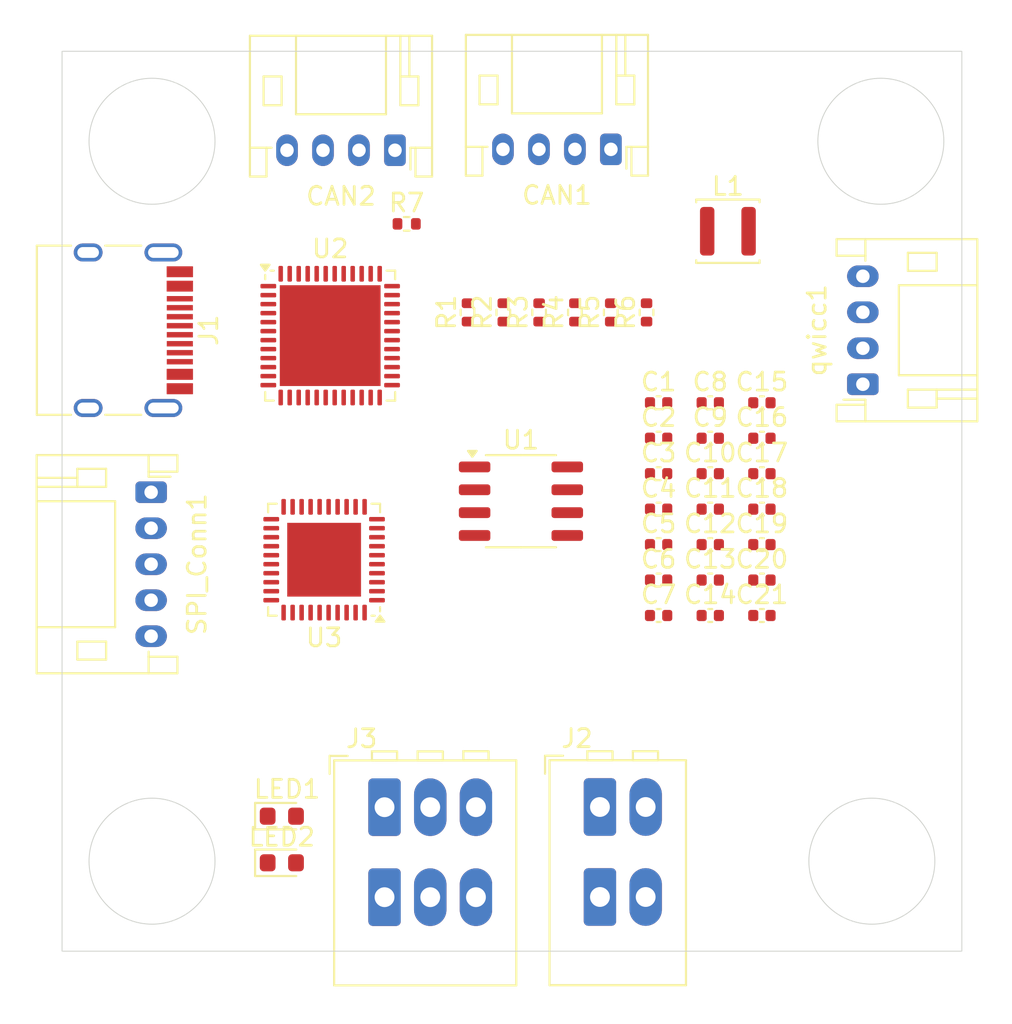
<source format=kicad_pcb>
(kicad_pcb (version 20241229) (generator "pcbnew") (generator_version "9.0")
  (layers (0 "F.Cu" signal) (2 "B.Cu" signal) (13 "F.Paste" user) (15 "B.Paste" user) (5 "F.SilkS" user "F.Silkscreen") (7 "B.SilkS" user "B.Silkscreen") (1 "F.Mask" user) (3 "B.Mask" user) (25 "Edge.Cuts" user))
  (net 0 "")
  (net 1 "GND")
  (net 2 "3V3")
  (net 3 "VIN")
  (net 4 "CUR_A")
  (net 5 "CUR_B")
  (net 6 "CUR_C")
  (net 7 "BUCK")
  (net 8 "Net-(U3-CPH)")
  (net 9 "Net-(U3-CPL)")
  (net 10 "Net-(U3-CP)")
  (net 11 "Net-(U3-AVDD)")
  (net 12 "D+")
  (net 14 "D-")
  (net 16 "CC1")
  (net 17 "VBUS")
  (net 22 "CC2")
  (net 23 "PH_B")
  (net 24 "PH_A")
  (net 25 "Net-(U3-SW_BK)")
  (net 26 "Net-(LED1-A)")
  (net 27 "Net-(LED2-A)")
  (net 28 "LED_PC6")
  (net 29 "Net-(U3-SOA)")
  (net 30 "Net-(U3-SOB)")
  (net 31 "Net-(U3-SOC)")
  (net 32 "ENC_SCK")
  (net 33 "ENC_MISO")
  (net 34 "ENC_NSS")
  (net 40 "I2C_SCL")
  (net 42 "DRV_SCK")
  (net 43 "SPI2_MISO")
  (net 47 "DRV_SLEEP")
  (net 48 "DRV_OFF")
  (net 49 "I2C_SDA")
  (net 51 "SPI2_MOSI")
  (net 54 "SPI2_NSS")
  (net 57 "DRV_FAULT")
  (net 58 "DRV_MISO")
  (net 59 "ENC_MOSI")
  (net 60 "CAN_RX")
  (net 61 "DRV_MOSI")
  (net 63 "SPI2_SCK")
  (net 66 "DRV_NSS")
  (net 70 "CAN_TX")
  (net 71 "PH_C")
  (footprint "Capacitor_SMD:C_0402_1005Metric" (layer "F.Cu") (at 141.02 149.38)
    (property "Reference" "C13" (at 0 -1.16 0) (layer "F.SilkS"))
    (property "Value" "10uF")
    (pad "1" smd roundrect (at -0.48 0) (size 0.56 0.62) (layers "F.Cu" "F.Mask" "F.Paste") (net 3 "VIN"))
    (pad "2" smd roundrect (at 0.48 0) (size 0.56 0.62) (layers "F.Cu" "F.Mask" "F.Paste") (net 1 "GND"))
  )
  (footprint "Capacitor_SMD:C_0402_1005Metric" (layer "F.Cu") (at 141.02 147.41)
    (property "Reference" "C12" (at 0 -1.16 0) (layer "F.SilkS"))
    (property "Value" "10uF")
    (pad "1" smd roundrect (at -0.48 0) (size 0.56 0.62) (layers "F.Cu" "F.Mask" "F.Paste") (net 3 "VIN"))
    (pad "2" smd roundrect (at 0.48 0) (size 0.56 0.62) (layers "F.Cu" "F.Mask" "F.Paste") (net 1 "GND"))
  )
  (footprint "Connector_JST:JST_PH_S5B-PH-K_1x05_P2.00mm_Horizontal" (layer "F.Cu") (at 109.95 144.5 -90)
    (property "Reference" "SPI_Conn1" (at 4 -2.55 90) (layer "F.SilkS"))
    (property "Value" "Conn_01x05_Pin")
    (pad "1" thru_hole roundrect (at 0 0 270) (size 1.2 1.75) (drill 0.75) (layers "*.Cu" "*.Mask") (roundrect_rratio 0.208333))
    (pad "2" thru_hole oval (at 2 0 270) (size 1.2 1.75) (drill 0.75) (layers "*.Cu" "*.Mask"))
    (pad "3" thru_hole oval (at 4 0 270) (size 1.2 1.75) (drill 0.75) (layers "*.Cu" "*.Mask"))
    (pad "4" thru_hole oval (at 6 0 270) (size 1.2 1.75) (drill 0.75) (layers "*.Cu" "*.Mask"))
    (pad "5" thru_hole oval (at 8 0 270) (size 1.2 1.75) (drill 0.75) (layers "*.Cu" "*.Mask"))
  )
  (footprint "LED_SMD:LED_0603_1608Metric" (layer "F.Cu") (at 117.2125 165.09)
    (property "Reference" "LED2" (at 0 -1.43 0) (layer "F.SilkS"))
    (property "Value" "blue")
    (pad "1" smd roundrect (at -0.7875 0) (size 0.875 0.95) (layers "F.Cu" "F.Mask" "F.Paste") (net 1 "GND"))
    (pad "2" smd roundrect (at 0.7875 0) (size 0.875 0.95) (layers "F.Cu" "F.Mask" "F.Paste") (net 27 "Net-(LED2-A)"))
  )
  (footprint "Package_DFN_QFN:HVQFN-40-1EP_6x6mm_P0.5mm_EP4.1x4.1mm" (layer "F.Cu") (at 119.5625 148.25 180)
    (property "Reference" "U3" (at 0 -4.33 0) (layer "F.SilkS"))
    (property "Value" "DRV8316CRRGFR")
    (pad "1" smd roundrect (at -2.9375 -2.25 180) (size 0.875 0.25) (layers "F.Cu" "F.Mask" "F.Paste"))
    (pad "2" smd roundrect (at -2.9375 -1.75 180) (size 0.875 0.25) (layers "F.Cu" "F.Mask" "F.Paste") (net 1 "GND"))
    (pad "3" smd roundrect (at -2.9375 -1.25 180) (size 0.875 0.25) (layers "F.Cu" "F.Mask" "F.Paste") (net 7 "BUCK"))
    (pad "4" smd roundrect (at -2.9375 -0.75 180) (size 0.875 0.25) (layers "F.Cu" "F.Mask" "F.Paste") (net 1 "GND"))
    (pad "5" smd roundrect (at -2.9375 -0.25 180) (size 0.875 0.25) (layers "F.Cu" "F.Mask" "F.Paste") (net 25 "Net-(U3-SW_BK)"))
    (pad "6" smd roundrect (at -2.9375 0.25 180) (size 0.875 0.25) (layers "F.Cu" "F.Mask" "F.Paste") (net 9 "Net-(U3-CPL)"))
    (pad "7" smd roundrect (at -2.9375 0.75 180) (size 0.875 0.25) (layers "F.Cu" "F.Mask" "F.Paste") (net 8 "Net-(U3-CPH)"))
    (pad "8" smd roundrect (at -2.9375 1.25 180) (size 0.875 0.25) (layers "F.Cu" "F.Mask" "F.Paste") (net 10 "Net-(U3-CP)"))
    (pad "9" smd roundrect (at -2.9375 1.75 180) (size 0.875 0.25) (layers "F.Cu" "F.Mask" "F.Paste") (net 3 "VIN"))
    (pad "10" smd roundrect (at -2.9375 2.25 180) (size 0.875 0.25) (layers "F.Cu" "F.Mask" "F.Paste") (net 3 "VIN"))
    (pad "11" smd roundrect (at -2.25 2.9375 180) (size 0.25 0.875) (layers "F.Cu" "F.Mask" "F.Paste") (net 3 "VIN"))
    (pad "12" smd roundrect (at -1.75 2.9375 180) (size 0.25 0.875) (layers "F.Cu" "F.Mask" "F.Paste") (net 1 "GND"))
    (pad "13" smd roundrect (at -1.25 2.9375 180) (size 0.25 0.875) (layers "F.Cu" "F.Mask" "F.Paste") (net 24 "PH_A"))
    (pad "14" smd roundrect (at -0.75 2.9375 180) (size 0.25 0.875) (layers "F.Cu" "F.Mask" "F.Paste") (net 24 "PH_A"))
    (pad "15" smd roundrect (at -0.25 2.9375 180) (size 0.25 0.875) (layers "F.Cu" "F.Mask" "F.Paste") (net 1 "GND"))
    (pad "16" smd roundrect (at 0.25 2.9375 180) (size 0.25 0.875) (layers "F.Cu" "F.Mask" "F.Paste") (net 23 "PH_B"))
    (pad "17" smd roundrect (at 0.75 2.9375 180) (size 0.25 0.875) (layers "F.Cu" "F.Mask" "F.Paste") (net 23 "PH_B"))
    (pad "18" smd roundrect (at 1.25 2.9375 180) (size 0.25 0.875) (layers "F.Cu" "F.Mask" "F.Paste") (net 1 "GND"))
    (pad "19" smd roundrect (at 1.75 2.9375 180) (size 0.25 0.875) (layers "F.Cu" "F.Mask" "F.Paste") (net 71 "PH_C"))
    (pad "20" smd roundrect (at 2.25 2.9375 180) (size 0.25 0.875) (layers "F.Cu" "F.Mask" "F.Paste") (net 71 "PH_C"))
    (pad "21" smd roundrect (at 2.9375 2.25 180) (size 0.875 0.25) (layers "F.Cu" "F.Mask" "F.Paste") (net 48 "DRV_OFF"))
    (pad "22" smd roundrect (at 2.9375 1.75 180) (size 0.875 0.25) (layers "F.Cu" "F.Mask" "F.Paste") (net 57 "DRV_FAULT"))
    (pad "23" smd roundrect (at 2.9375 1.25 180) (size 0.875 0.25) (layers "F.Cu" "F.Mask" "F.Paste") (net 47 "DRV_SLEEP"))
    (pad "24" smd roundrect (at 2.9375 0.75 180) (size 0.875 0.25) (layers "F.Cu" "F.Mask" "F.Paste"))
    (pad "25" smd roundrect (at 2.9375 0.25 180) (size 0.875 0.25) (layers "F.Cu" "F.Mask" "F.Paste") (net 11 "Net-(U3-AVDD)"))
    (pad "26" smd roundrect (at 2.9375 -0.25 180) (size 0.875 0.25) (layers "F.Cu" "F.Mask" "F.Paste") (net 1 "GND"))
    (pad "27" smd roundrect (at 2.9375 -0.75 180) (size 0.875 0.25) (layers "F.Cu" "F.Mask" "F.Paste"))
    (pad "28" smd roundrect (at 2.9375 -1.25 180) (size 0.875 0.25) (layers "F.Cu" "F.Mask" "F.Paste"))
    (pad "29" smd roundrect (at 2.9375 -1.75 180) (size 0.875 0.25) (layers "F.Cu" "F.Mask" "F.Paste"))
    (pad "30" smd roundrect (at 2.9375 -2.25 180) (size 0.875 0.25) (layers "F.Cu" "F.Mask" "F.Paste"))
    (pad "31" smd roundrect (at 2.25 -2.9375 180) (size 0.25 0.875) (layers "F.Cu" "F.Mask" "F.Paste"))
    (pad "32" smd roundrect (at 1.75 -2.9375 180) (size 0.25 0.875) (layers "F.Cu" "F.Mask" "F.Paste"))
    (pad "33" smd roundrect (at 1.25 -2.9375 180) (size 0.25 0.875) (layers "F.Cu" "F.Mask" "F.Paste") (net 58 "DRV_MISO"))
    (pad "34" smd roundrect (at 0.75 -2.9375 180) (size 0.25 0.875) (layers "F.Cu" "F.Mask" "F.Paste") (net 61 "DRV_MOSI"))
    (pad "35" smd roundrect (at 0.25 -2.9375 180) (size 0.25 0.875) (layers "F.Cu" "F.Mask" "F.Paste") (net 42 "DRV_SCK"))
    (pad "36" smd roundrect (at -0.25 -2.9375 180) (size 0.25 0.875) (layers "F.Cu" "F.Mask" "F.Paste") (net 66 "DRV_NSS"))
    (pad "37" smd roundrect (at -0.75 -2.9375 180) (size 0.25 0.875) (layers "F.Cu" "F.Mask" "F.Paste") (net 2 "3V3"))
    (pad "38" smd roundrect (at -1.25 -2.9375 180) (size 0.25 0.875) (layers "F.Cu" "F.Mask" "F.Paste") (net 31 "Net-(U3-SOC)"))
    (pad "39" smd roundrect (at -1.75 -2.9375 180) (size 0.25 0.875) (layers "F.Cu" "F.Mask" "F.Paste") (net 30 "Net-(U3-SOB)"))
    (pad "40" smd roundrect (at -2.25 -2.9375 180) (size 0.25 0.875) (layers "F.Cu" "F.Mask" "F.Paste") (net 29 "Net-(U3-SOA)"))
    (pad "41" smd rect (at 0 0 180) (size 4.1 4.1) (property pad_prop_heatsink) (layers "F.Cu" "F.Mask") (net 1 "GND"))
  )
  (footprint "Resistor_SMD:R_0402_1005Metric" (layer "F.Cu") (at 131.51 134.51 90)
    (property "Reference" "R3" (at 0 -1.17 90) (layer "F.SilkS"))
    (property "Value" "5.1k")
    (pad "1" smd roundrect (at -0.51 0 90) (size 0.54 0.64) (layers "F.Cu" "F.Mask" "F.Paste") (net 2 "3V3"))
    (pad "2" smd roundrect (at 0.51 0 90) (size 0.54 0.64) (layers "F.Cu" "F.Mask" "F.Paste") (net 26 "Net-(LED1-A)"))
  )
  (footprint "Capacitor_SMD:C_0402_1005Metric" (layer "F.Cu") (at 141.02 139.53)
    (property "Reference" "C8" (at 0 -1.16 0) (layer "F.SilkS"))
    (property "Value" "10uF")
    (pad "1" smd roundrect (at -0.48 0) (size 0.56 0.62) (layers "F.Cu" "F.Mask" "F.Paste") (net 3 "VIN"))
    (pad "2" smd roundrect (at 0.48 0) (size 0.56 0.62) (layers "F.Cu" "F.Mask" "F.Paste") (net 1 "GND"))
  )
  (footprint "Resistor_SMD:R_0402_1005Metric" (layer "F.Cu") (at 127.53 134.51 90)
    (property "Reference" "R1" (at 0 -1.17 90) (layer "F.SilkS"))
    (property "Value" "5.1k")
    (pad "1" smd roundrect (at -0.51 0 90) (size 0.54 0.64) (layers "F.Cu" "F.Mask" "F.Paste") (net 16 "CC1"))
    (pad "2" smd roundrect (at 0.51 0 90) (size 0.54 0.64) (layers "F.Cu" "F.Mask" "F.Paste") (net 1 "GND"))
  )
  (footprint "Resistor_SMD:R_0402_1005Metric" (layer "F.Cu") (at 137.48 134.51 90)
    (property "Reference" "R6" (at 0 -1.17 90) (layer "F.SilkS"))
    (property "Value" "1000")
    (pad "1" smd roundrect (at -0.51 0 90) (size 0.54 0.64) (layers "F.Cu" "F.Mask" "F.Paste") (net 30 "Net-(U3-SOB)"))
    (pad "2" smd roundrect (at 0.51 0 90) (size 0.54 0.64) (layers "F.Cu" "F.Mask" "F.Paste") (net 5 "CUR_B"))
  )
  (footprint "Connector_JST:JST_PH_S4B-PH-K_1x04_P2.00mm_Horizontal" (layer "F.Cu") (at 149.5 138.5 90)
    (property "Reference" "qwicc1" (at 3 -2.55 90) (layer "F.SilkS"))
    (property "Value" "Conn_01x04_Pin")
    (pad "1" thru_hole roundrect (at 0 0 90) (size 1.2 1.75) (drill 0.75) (layers "*.Cu" "*.Mask") (roundrect_rratio 0.208333))
    (pad "2" thru_hole oval (at 2 0 90) (size 1.2 1.75) (drill 0.75) (layers "*.Cu" "*.Mask"))
    (pad "3" thru_hole oval (at 4 0 90) (size 1.2 1.75) (drill 0.75) (layers "*.Cu" "*.Mask"))
    (pad "4" thru_hole oval (at 6 0 90) (size 1.2 1.75) (drill 0.75) (layers "*.Cu" "*.Mask"))
  )
  (footprint "TerminalBlock_WAGO:TerminalBlock_WAGO_233-503_2x03_P2.54mm" (layer "F.Cu") (at 122.92 162)
    (property "Reference" "J3" (at -1.27 -3.81 0) (layer "F.SilkS"))
    (property "Value" "PWR Terminal")
    (pad "1" thru_hole roundrect (at 0 0) (size 1.8 3.2) (drill 1.1) (layers "*.Cu" "*.Mask") (roundrect_rratio 0.1388888889) (net 3 "VIN"))
    (pad "1" thru_hole roundrect (at 0 5) (size 1.8 3.2) (drill 1.1) (layers "*.Cu" "*.Mask") (roundrect_rratio 0.1388888889) (net 3 "VIN"))
    (pad "2" thru_hole oval (at 2.54 0) (size 1.8 3.2) (drill 1.1) (layers "*.Cu" "*.Mask") (net 1 "GND"))
    (pad "2" thru_hole oval (at 2.54 5) (size 1.8 3.2) (drill 1.1) (layers "*.Cu" "*.Mask") (net 1 "GND"))
    (pad "3" thru_hole oval (at 5.08 0) (size 1.8 3.2) (drill 1.1) (layers "*.Cu" "*.Mask"))
    (pad "3" thru_hole oval (at 5.08 5) (size 1.8 3.2) (drill 1.1) (layers "*.Cu" "*.Mask"))
  )
  (footprint "Capacitor_SMD:C_0402_1005Metric" (layer "F.Cu") (at 138.15 145.44)
    (property "Reference" "C4" (at 0 -1.16 0) (layer "F.SilkS"))
    (property "Value" "100nF")
    (pad "1" smd roundrect (at -0.48 0) (size 0.56 0.62) (layers "F.Cu" "F.Mask" "F.Paste") (net 2 "3V3"))
    (pad "2" smd roundrect (at 0.48 0) (size 0.56 0.62) (layers "F.Cu" "F.Mask" "F.Paste") (net 1 "GND"))
  )
  (footprint "TerminalBlock_WAGO:TerminalBlock_WAGO_233-502_2x02_P2.54mm" (layer "F.Cu") (at 134.89 161.99)
    (property "Reference" "J2" (at -1.27 -3.81 0) (layer "F.SilkS"))
    (property "Value" "Motor Terminal")
    (pad "1" thru_hole roundrect (at 0 0) (size 1.8 3.2) (drill 1.1) (layers "*.Cu" "*.Mask") (roundrect_rratio 0.1388888889) (net 24 "PH_A"))
    (pad "1" thru_hole roundrect (at 0 5) (size 1.8 3.2) (drill 1.1) (layers "*.Cu" "*.Mask") (roundrect_rratio 0.1388888889) (net 24 "PH_A"))
    (pad "2" thru_hole oval (at 2.54 0) (size 1.8 3.2) (drill 1.1) (layers "*.Cu" "*.Mask") (net 23 "PH_B"))
    (pad "2" thru_hole oval (at 2.54 5) (size 1.8 3.2) (drill 1.1) (layers "*.Cu" "*.Mask") (net 23 "PH_B"))
  )
  (footprint "Connector_JST:JST_PH_S4B-PH-K_1x04_P2.00mm_Horizontal" (layer "F.Cu") (at 135.5 125.45 180)
    (property "Reference" "CAN1" (at 3 -2.55 0) (layer "F.SilkS"))
    (property "Value" "Conn_01x04_Pin")
    (pad "1" thru_hole roundrect (at 0 0 180) (size 1.2 1.75) (drill 0.75) (layers "*.Cu" "*.Mask") (roundrect_rratio 0.208333))
    (pad "2" thru_hole oval (at 2 0 180) (size 1.2 1.75) (drill 0.75) (layers "*.Cu" "*.Mask"))
    (pad "3" thru_hole oval (at 4 0 180) (size 1.2 1.75) (drill 0.75) (layers "*.Cu" "*.Mask"))
    (pad "4" thru_hole oval (at 6 0 180) (size 1.2 1.75) (drill 0.75) (layers "*.Cu" "*.Mask"))
  )
  (footprint "Capacitor_SMD:C_0402_1005Metric" (layer "F.Cu") (at 143.89 141.5)
    (property "Reference" "C16" (at 0 -1.16 0) (layer "F.SilkS"))
    (property "Value" "30pF")
    (pad "1" smd roundrect (at -0.48 0) (size 0.56 0.62) (layers "F.Cu" "F.Mask" "F.Paste") (net 1 "GND"))
    (pad "2" smd roundrect (at 0.48 0) (size 0.56 0.62) (layers "F.Cu" "F.Mask" "F.Paste") (net 6 "CUR_C"))
  )
  (footprint "Capacitor_SMD:C_0402_1005Metric" (layer "F.Cu") (at 143.89 149.38)
    (property "Reference" "C20" (at 0 -1.16 0) (layer "F.SilkS"))
    (property "Value" "1uF")
    (pad "1" smd roundrect (at -0.48 0) (size 0.56 0.62) (layers "F.Cu" "F.Mask" "F.Paste") (net 11 "Net-(U3-AVDD)"))
    (pad "2" smd roundrect (at 0.48 0) (size 0.56 0.62) (layers "F.Cu" "F.Mask" "F.Paste") (net 1 "GND"))
  )
  (footprint "Connector_JST:JST_PH_S4B-PH-K_1x04_P2.00mm_Horizontal" (layer "F.Cu") (at 123.5 125.5 180)
    (property "Reference" "CAN2" (at 3 -2.55 0) (layer "F.SilkS"))
    (property "Value" "Conn_01x04_Pin")
    (pad "1" thru_hole roundrect (at 0 0 180) (size 1.2 1.75) (drill 0.75) (layers "*.Cu" "*.Mask") (roundrect_rratio 0.208333))
    (pad "2" thru_hole oval (at 2 0 180) (size 1.2 1.75) (drill 0.75) (layers "*.Cu" "*.Mask"))
    (pad "3" thru_hole oval (at 4 0 180) (size 1.2 1.75) (drill 0.75) (layers "*.Cu" "*.Mask"))
    (pad "4" thru_hole oval (at 6 0 180) (size 1.2 1.75) (drill 0.75) (layers "*.Cu" "*.Mask"))
  )
  (footprint "LED_SMD:LED_0603_1608Metric" (layer "F.Cu") (at 117.2125 162.5)
    (property "Reference" "LED1" (at 0.2875 -1.5 180) (layer "F.SilkS"))
    (property "Value" "red")
    (pad "1" smd roundrect (at -0.7875 0) (size 0.875 0.95) (layers "F.Cu" "F.Mask" "F.Paste") (net 1 "GND"))
    (pad "2" smd roundrect (at 0.7875 0) (size 0.875 0.95) (layers "F.Cu" "F.Mask" "F.Paste") (net 26 "Net-(LED1-A)"))
  )
  (footprint "Resistor_SMD:R_0402_1005Metric" (layer "F.Cu") (at 124.15 129.59)
    (property "Reference" "R7" (at 0 -1.17 0) (layer "F.SilkS"))
    (property "Value" "1000")
    (pad "1" smd roundrect (at -0.51 0) (size 0.54 0.64) (layers "F.Cu" "F.Mask" "F.Paste") (net 31 "Net-(U3-SOC)"))
    (pad "2" smd roundrect (at 0.51 0) (size 0.54 0.64) (layers "F.Cu" "F.Mask" "F.Paste") (net 6 "CUR_C"))
  )
  (footprint "Capacitor_SMD:C_0402_1005Metric" (layer "F.Cu") (at 141.02 145.44)
    (property "Reference" "C11" (at 0 -1.16 0) (layer "F.SilkS"))
    (property "Value" "10uF")
    (pad "1" smd roundrect (at -0.48 0) (size 0.56 0.62) (layers "F.Cu" "F.Mask" "F.Paste") (net 3 "VIN"))
    (pad "2" smd roundrect (at 0.48 0) (size 0.56 0.62) (layers "F.Cu" "F.Mask" "F.Paste") (net 1 "GND"))
  )
  (footprint "Resistor_SMD:R_0402_1005Metric" (layer "F.Cu") (at 135.49 134.51 90)
    (property "Reference" "R5" (at 0 -1.17 90) (layer "F.SilkS"))
    (property "Value" "1000")
    (pad "1" smd roundrect (at -0.51 0 90) (size 0.54 0.64) (layers "F.Cu" "F.Mask" "F.Paste") (net 29 "Net-(U3-SOA)"))
    (pad "2" smd roundrect (at 0.51 0 90) (size 0.54 0.64) (layers "F.Cu" "F.Mask" "F.Paste") (net 4 "CUR_A"))
  )
  (footprint "Capacitor_SMD:C_0402_1005Metric" (layer "F.Cu") (at 141.02 151.35)
    (property "Reference" "C14" (at 0 -1.16 0) (layer "F.SilkS"))
    (property "Value" "30pF")
    (pad "1" smd roundrect (at -0.48 0) (size 0.56 0.62) (layers "F.Cu" "F.Mask" "F.Paste") (net 1 "GND"))
    (pad "2" smd roundrect (at 0.48 0) (size 0.56 0.62) (layers "F.Cu" "F.Mask" "F.Paste") (net 4 "CUR_A"))
  )
  (footprint "Capacitor_SMD:C_0402_1005Metric" (layer "F.Cu") (at 138.15 143.47)
    (property "Reference" "C3" (at 0 -1.16 0) (layer "F.SilkS"))
    (property "Value" "1uF")
    (pad "1" smd roundrect (at -0.48 0) (size 0.56 0.62) (layers "F.Cu" "F.Mask" "F.Paste") (net 2 "3V3"))
    (pad "2" smd roundrect (at 0.48 0) (size 0.56 0.62) (layers "F.Cu" "F.Mask" "F.Paste") (net 1 "GND"))
  )
  (footprint "Capacitor_SMD:C_0402_1005Metric" (layer "F.Cu") (at 138.15 141.5)
    (property "Reference" "C2" (at 0 -1.16 0) (layer "F.SilkS"))
    (property "Value" "100nF")
    (pad "1" smd roundrect (at -0.48 0) (size 0.56 0.62) (layers "F.Cu" "F.Mask" "F.Paste") (net 2 "3V3"))
    (pad "2" smd roundrect (at 0.48 0) (size 0.56 0.62) (layers "F.Cu" "F.Mask" "F.Paste") (net 1 "GND"))
  )
  (footprint "Capacitor_SMD:C_0402_1005Metric" (layer "F.Cu") (at 138.15 149.38)
    (property "Reference" "C6" (at 0 -1.16 0) (layer "F.SilkS"))
    (property "Value" "100nF")
    (pad "1" smd roundrect (at -0.48 0) (size 0.56 0.62) (layers "F.Cu" "F.Mask" "F.Paste") (net 2 "3V3"))
    (pad "2" smd roundrect (at 0.48 0) (size 0.56 0.62) (layers "F.Cu" "F.Mask" "F.Paste") (net 1 "GND"))
  )
  (footprint "Connector_USB:USB_C_Receptacle_HRO_TYPE-C-31-M-12" (layer "F.Cu") (at 107.5 135.5 -90)
    (property "Reference" "J1" (at 0 -5.645 90) (layer "F.SilkS"))
    (property "Value" "USB_C_Receptacle_USB2.0_16P")
    (pad "" np_thru_hole circle (at -2.89 -2.6 270) (size 0.65 0.65) (drill 0.65) (layers "*.Cu" "*.Mask"))
    (pad "" np_thru_hole circle (at 2.89 -2.6 270) (size 0.65 0.65) (drill 0.65) (layers "*.Cu" "*.Mask"))
    (pad "A1" smd rect (at -3.25 -4.045 270) (size 0.6 1.45) (layers "F.Cu" "F.Mask" "F.Paste") (net 1 "GND"))
    (pad "A4" smd rect (at -2.45 -4.045 270) (size 0.6 1.45) (layers "F.Cu" "F.Mask" "F.Paste") (net 17 "VBUS"))
    (pad "A5" smd rect (at -1.25 -4.045 270) (size 0.3 1.45) (layers "F.Cu" "F.Mask" "F.Paste") (net 16 "CC1"))
    (pad "A6" smd rect (at -0.25 -4.045 270) (size 0.3 1.45) (layers "F.Cu" "F.Mask" "F.Paste") (net 12 "D+"))
    (pad "A7" smd rect (at 0.25 -4.045 270) (size 0.3 1.45) (layers "F.Cu" "F.Mask" "F.Paste") (net 14 "D-"))
    (pad "A8" smd rect (at 1.25 -4.045 270) (size 0.3 1.45) (layers "F.Cu" "F.Mask" "F.Paste"))
    (pad "A9" smd rect (at 2.45 -4.045 270) (size 0.6 1.45) (layers "F.Cu" "F.Mask" "F.Paste") (net 17 "VBUS"))
    (pad "A12" smd rect (at 3.25 -4.045 270) (size 0.6 1.45) (layers "F.Cu" "F.Mask" "F.Paste") (net 1 "GND"))
    (pad "B1" smd rect (at 3.25 -4.045 270) (size 0.6 1.45) (layers "F.Cu" "F.Mask" "F.Paste") (net 1 "GND"))
    (pad "B4" smd rect (at 2.45 -4.045 270) (size 0.6 1.45) (layers "F.Cu" "F.Mask" "F.Paste") (net 17 "VBUS"))
    (pad "B5" smd rect (at 1.75 -4.045 270) (size 0.3 1.45) (layers "F.Cu" "F.Mask" "F.Paste") (net 22 "CC2"))
    (pad "B6" smd rect (at 0.75 -4.045 270) (size 0.3 1.45) (layers "F.Cu" "F.Mask" "F.Paste") (net 12 "D+"))
    (pad "B7" smd rect (at -0.75 -4.045 270) (size 0.3 1.45) (layers "F.Cu" "F.Mask" "F.Paste") (net 14 "D-"))
    (pad "B8" smd rect (at -1.75 -4.045 270) (size 0.3 1.45) (layers "F.Cu" "F.Mask" "F.Paste"))
    (pad "B9" smd rect (at -2.45 -4.045 270) (size 0.6 1.45) (layers "F.Cu" "F.Mask" "F.Paste") (net 17 "VBUS"))
    (pad "B12" smd rect (at -3.25 -4.045 270) (size 0.6 1.45) (layers "F.Cu" "F.Mask" "F.Paste") (net 1 "GND"))
    (pad "S1" thru_hole oval (at -4.32 -3.13 270) (size 1 2.1) (drill oval 0.6 1.7) (property pad_prop_heatsink) (layers "*.Cu" "*.Mask"))
    (pad "S1" thru_hole oval (at -4.32 1.05 270) (size 1 1.6) (drill oval 0.6 1.2) (property pad_prop_heatsink) (layers "*.Cu" "*.Mask"))
    (pad "S1" thru_hole oval (at 4.32 -3.13 270) (size 1 2.1) (drill oval 0.6 1.7) (property pad_prop_heatsink) (layers "*.Cu" "*.Mask"))
    (pad "S1" thru_hole oval (at 4.32 1.05 270) (size 1 1.6) (drill oval 0.6 1.2) (property pad_prop_heatsink) (layers "*.Cu" "*.Mask"))
  )
  (footprint "Capacitor_SMD:C_0402_1005Metric" (layer "F.Cu") (at 143.89 143.47)
    (property "Reference" "C17" (at 0 -1.16 0) (layer "F.SilkS"))
    (property "Value" "22uF")
    (pad "1" smd roundrect (at -0.48 0) (size 0.56 0.62) (layers "F.Cu" "F.Mask" "F.Paste") (net 7 "BUCK"))
    (pad "2" smd roundrect (at 0.48 0) (size 0.56 0.62) (layers "F.Cu" "F.Mask" "F.Paste") (net 1 "GND"))
  )
  (footprint "Inductor_SMD:L_APV_ANR3015" (layer "F.Cu") (at 142 130)
    (property "Reference" "L1" (at 0 -2.5 0) (layer "F.SilkS"))
    (property "Value" "47uH")
    (pad "1" smd roundrect (at -1.15 0) (size 0.8 2.7) (layers "F.Cu" "F.Mask" "F.Paste") (net 7 "BUCK"))
    (pad "2" smd roundrect (at 1.15 0) (size 0.8 2.7) (layers "F.Cu" "F.Mask" "F.Paste") (net 25 "Net-(U3-SW_BK)"))
  )
  (footprint "Capacitor_SMD:C_0402_1005Metric" (layer "F.Cu") (at 138.15 147.41)
    (property "Reference" "C5" (at 0 -1.16 0) (layer "F.SilkS"))
    (property "Value" "1uF")
    (pad "1" smd roundrect (at -0.48 0) (size 0.56 0.62) (layers "F.Cu" "F.Mask" "F.Paste") (net 2 "3V3"))
    (pad "2" smd roundrect (at 0.48 0) (size 0.56 0.62) (layers "F.Cu" "F.Mask" "F.Paste") (net 1 "GND"))
  )
  (footprint "Capacitor_SMD:C_0402_1005Metric" (layer "F.Cu") (at 138.15 151.35)
    (property "Reference" "C7" (at 0 -1.16 0) (layer "F.SilkS"))
    (property "Value" "100nF")
    (pad "1" smd roundrect (at -0.48 0) (size 0.56 0.62) (layers "F.Cu" "F.Mask" "F.Paste") (net 2 "3V3"))
    (pad "2" smd roundrect (at 0.48 0) (size 0.56 0.62) (layers "F.Cu" "F.Mask" "F.Paste") (net 1 "GND"))
  )
  (footprint "Package_DFN_QFN:QFN-48-1EP_7x7mm_P0.5mm_EP5.6x5.6mm" (layer "F.Cu") (at 119.9 135.8)
    (property "Reference" "U2" (at 0 -4.83 0) (layer "F.SilkS"))
    (property "Value" "STM32G431C6Ux")
    (pad "1" smd roundrect (at -3.4375 -2.75) (size 0.875 0.25) (layers "F.Cu" "F.Mask" "F.Paste") (net 2 "3V3"))
    (pad "2" smd roundrect (at -3.4375 -2.25) (size 0.875 0.25) (layers "F.Cu" "F.Mask" "F.Paste") (net 48 "DRV_OFF"))
    (pad "3" smd roundrect (at -3.4375 -1.75) (size 0.875 0.25) (layers "F.Cu" "F.Mask" "F.Paste") (net 57 "DRV_FAULT"))
    (pad "4" smd roundrect (at -3.4375 -1.25) (size 0.875 0.25) (layers "F.Cu" "F.Mask" "F.Paste") (net 47 "DRV_SLEEP"))
    (pad "5" smd roundrect (at -3.4375 -0.75) (size 0.875 0.25) (layers "F.Cu" "F.Mask" "F.Paste") (net 54 "SPI2_NSS"))
    (pad "6" smd roundrect (at -3.4375 -0.25) (size 0.875 0.25) (layers "F.Cu" "F.Mask" "F.Paste") (net 63 "SPI2_SCK"))
    (pad "7" smd roundrect (at -3.4375 0.25) (size 0.875 0.25) (layers "F.Cu" "F.Mask" "F.Paste"))
    (pad "8" smd roundrect (at -3.4375 0.75) (size 0.875 0.25) (layers "F.Cu" "F.Mask" "F.Paste") (net 4 "CUR_A"))
    (pad "9" smd roundrect (at -3.4375 1.25) (size 0.875 0.25) (layers "F.Cu" "F.Mask" "F.Paste") (net 5 "CUR_B"))
    (pad "10" smd roundrect (at -3.4375 1.75) (size 0.875 0.25) (layers "F.Cu" "F.Mask" "F.Paste") (net 6 "CUR_C"))
    (pad "11" smd roundrect (at -3.4375 2.25) (size 0.875 0.25) (layers "F.Cu" "F.Mask" "F.Paste"))
    (pad "12" smd roundrect (at -3.4375 2.75) (size 0.875 0.25) (layers "F.Cu" "F.Mask" "F.Paste") (net 34 "ENC_NSS"))
    (pad "13" smd roundrect (at -2.75 3.4375) (size 0.25 0.875) (layers "F.Cu" "F.Mask" "F.Paste") (net 32 "ENC_SCK"))
    (pad "14" smd roundrect (at -2.25 3.4375) (size 0.25 0.875) (layers "F.Cu" "F.Mask" "F.Paste") (net 33 "ENC_MISO"))
    (pad "15" smd roundrect (at -1.75 3.4375) (size 0.25 0.875) (layers "F.Cu" "F.Mask" "F.Paste") (net 59 "ENC_MOSI"))
    (pad "16" smd roundrect (at -1.25 3.4375) (size 0.25 0.875) (layers "F.Cu" "F.Mask" "F.Paste"))
    (pad "17" smd roundrect (at -0.75 3.4375) (size 0.25 0.875) (layers "F.Cu" "F.Mask" "F.Paste"))
    (pad "18" smd roundrect (at -0.25 3.4375) (size 0.25 0.875) (layers "F.Cu" "F.Mask" "F.Paste"))
    (pad "19" smd roundrect (at 0.25 3.4375) (size 0.25 0.875) (layers "F.Cu" "F.Mask" "F.Paste"))
    (pad "20" smd roundrect (at 0.75 3.4375) (size 0.25 0.875) (layers "F.Cu" "F.Mask" "F.Paste") (net 2 "3V3"))
    (pad "21" smd roundrect (at 1.25 3.4375) (size 0.25 0.875) (layers "F.Cu" "F.Mask" "F.Paste") (net 2 "3V3"))
    (pad "22" smd roundrect (at 1.75 3.4375) (size 0.25 0.875) (layers "F.Cu" "F.Mask" "F.Paste"))
    (pad "23" smd roundrect (at 2.25 3.4375) (size 0.25 0.875) (layers "F.Cu" "F.Mask" "F.Paste") (net 2 "3V3"))
    (pad "24" smd roundrect (at 2.75 3.4375) (size 0.25 0.875) (layers "F.Cu" "F.Mask" "F.Paste"))
    (pad "25" smd roundrect (at 3.4375 2.75) (size 0.875 0.25) (layers "F.Cu" "F.Mask" "F.Paste"))
    (pad "26" smd roundrect (at 3.4375 2.25) (size 0.875 0.25) (layers "F.Cu" "F.Mask" "F.Paste"))
    (pad "27" smd roundrect (at 3.4375 1.75) (size 0.875 0.25) (layers "F.Cu" "F.Mask" "F.Paste") (net 43 "SPI2_MISO"))
    (pad "28" smd roundrect (at 3.4375 1.25) (size 0.875 0.25) (layers "F.Cu" "F.Mask" "F.Paste") (net 51 "SPI2_MOSI"))
    (pad "29" smd roundrect (at 3.4375 0.75) (size 0.875 0.25) (layers "F.Cu" "F.Mask" "F.Paste"))
    (pad "30" smd roundrect (at 3.4375 0.25) (size 0.875 0.25) (layers "F.Cu" "F.Mask" "F.Paste"))
    (pad "31" smd roundrect (at 3.4375 -0.25) (size 0.875 0.25) (layers "F.Cu" "F.Mask" "F.Paste"))
    (pad "32" smd roundrect (at 3.4375 -0.75) (size 0.875 0.25) (layers "F.Cu" "F.Mask" "F.Paste"))
    (pad "33" smd roundrect (at 3.4375 -1.25) (size 0.875 0.25) (layers "F.Cu" "F.Mask" "F.Paste") (net 14 "D-"))
    (pad "34" smd roundrect (at 3.4375 -1.75) (size 0.875 0.25) (layers "F.Cu" "F.Mask" "F.Paste") (net 12 "D+"))
    (pad "35" smd roundrect (at 3.4375 -2.25) (size 0.875 0.25) (layers "F.Cu" "F.Mask" "F.Paste") (net 2 "3V3"))
    (pad "36" smd roundrect (at 3.4375 -2.75) (size 0.875 0.25) (layers "F.Cu" "F.Mask" "F.Paste") (net 40 "I2C_SCL"))
    (pad "37" smd roundrect (at 2.75 -3.4375) (size 0.25 0.875) (layers "F.Cu" "F.Mask" "F.Paste") (net 49 "I2C_SDA"))
    (pad "38" smd roundrect (at 2.25 -3.4375) (size 0.25 0.875) (layers "F.Cu" "F.Mask" "F.Paste") (net 66 "DRV_NSS"))
    (pad "39" smd roundrect (at 1.75 -3.4375) (size 0.25 0.875) (layers "F.Cu" "F.Mask" "F.Paste") (net 42 "DRV_SCK"))
    (pad "40" smd roundrect (at 1.25 -3.4375) (size 0.25 0.875) (layers "F.Cu" "F.Mask" "F.Paste") (net 58 "DRV_MISO"))
    (pad "41" smd roundrect (at 0.75 -3.4375) (size 0.25 0.875) (layers "F.Cu" "F.Mask" "F.Paste"))
    (pad "42" smd roundrect (at 0.25 -3.4375) (size 0.25 0.875) (layers "F.Cu" "F.Mask" "F.Paste"))
    (pad "43" smd roundrect (at -0.25 -3.4375) (size 0.25 0.875) (layers "F.Cu" "F.Mask" "F.Paste") (net 61 "DRV_MOSI"))
    (pad "44" smd roundrect (at -0.75 -3.4375) (size 0.25 0.875) (layers "F.Cu" "F.Mask" "F.Paste"))
    (pad "45" smd roundrect (at -1.25 -3.4375) (size 0.25 0.875) (layers "F.Cu" "F.Mask" "F.Paste"))
    (pad "46" smd roundrect (at -1.75 -3.4375) (size 0.25 0.875) (layers "F.Cu" "F.Mask" "F.Paste") (net 60 "CAN_RX"))
    (pad "47" smd roundrect (at -2.25 -3.4375) (size 0.25 0.875) (layers "F.Cu" "F.Mask" "F.Paste") (net 70 "CAN_TX"))
    (pad "48" smd roundrect (at -2.75 -3.4375) (size 0.25 0.875) (layers "F.Cu" "F.Mask" "F.Paste") (net 2 "3V3"))
    (pad "49" smd rect (at 0 0) (size 5.6 5.6) (property pad_prop_heatsink) (layers "F.Cu" "F.Mask") (net 1 "GND"))
  )
  (footprint "Capacitor_SMD:C_0402_1005Metric" (layer "F.Cu") (at 143.89 147.41)
    (property "Reference" "C19" (at 0 -1.16 0) (layer "F.SilkS"))
    (property "Value" "1uF")
    (pad "1" smd roundrect (at -0.48 0) (size 0.56 0.62) (layers "F.Cu" "F.Mask" "F.Paste") (net 10 "Net-(U3-CP)"))
    (pad "2" smd roundrect (at 0.48 0) (size 0.56 0.62) (layers "F.Cu" "F.Mask" "F.Paste") (net 3 "VIN"))
  )
  (footprint "Capacitor_SMD:C_0402_1005Metric" (layer "F.Cu") (at 143.89 139.53)
    (property "Reference" "C15" (at 0 -1.16 0) (layer "F.SilkS"))
    (property "Value" "30pF")
    (pad "1" smd roundrect (at -0.48 0) (size 0.56 0.62) (layers "F.Cu" "F.Mask" "F.Paste") (net 1 "GND"))
    (pad "2" smd roundrect (at 0.48 0) (size 0.56 0.62) (layers "F.Cu" "F.Mask" "F.Paste") (net 5 "CUR_B"))
  )
  (footprint "Capacitor_SMD:C_0402_1005Metric" (layer "F.Cu") (at 143.89 151.35)
    (property "Reference" "C21" (at 0 -1.16 0) (layer "F.SilkS"))
    (property "Value" "100nF")
    (pad "1" smd roundrect (at -0.48 0) (size 0.56 0.62) (layers "F.Cu" "F.Mask" "F.Paste") (net 2 "3V3"))
    (pad "2" smd roundrect (at 0.48 0) (size 0.56 0.62) (layers "F.Cu" "F.Mask" "F.Paste") (net 1 "GND"))
  )
  (footprint "Capacitor_SMD:C_0402_1005Metric" (layer "F.Cu") (at 141.02 143.47)
    (property "Reference" "C10" (at 0 -1.16 0) (layer "F.SilkS"))
    (property "Value" "10uF")
    (pad "1" smd roundrect (at -0.48 0) (size 0.56 0.62) (layers "F.Cu" "F.Mask" "F.Paste") (net 3 "VIN"))
    (pad "2" smd roundrect (at 0.48 0) (size 0.56 0.62) (layers "F.Cu" "F.Mask" "F.Paste") (net 1 "GND"))
  )
  (footprint "Resistor_SMD:R_0402_1005Metric" (layer "F.Cu") (at 133.5 134.51 90)
    (property "Reference" "R4" (at 0 -1.17 90) (layer "F.SilkS"))
    (property "Value" "330")
    (pad "1" smd roundrect (at -0.51 0 90) (size 0.54 0.64) (layers "F.Cu" "F.Mask" "F.Paste") (net 28 "LED_PC6"))
    (pad "2" smd roundrect (at 0.51 0 90) (size 0.54 0.64) (layers "F.Cu" "F.Mask" "F.Paste") (net 27 "Net-(LED2-A)"))
  )
  (footprint "Capacitor_SMD:C_0402_1005Metric" (layer "F.Cu") (at 138.15 139.53)
    (property "Reference" "C1" (at 0 -1.16 0) (layer "F.SilkS"))
    (property "Value" "1uF")
    (pad "1" smd roundrect (at -0.48 0) (size 0.56 0.62) (layers "F.Cu" "F.Mask" "F.Paste") (net 2 "3V3"))
    (pad "2" smd roundrect (at 0.48 0) (size 0.56 0.62) (layers "F.Cu" "F.Mask" "F.Paste") (net 1 "GND"))
  )
  (footprint "Capacitor_SMD:C_0402_1005Metric" (layer "F.Cu") (at 141.02 141.5)
    (property "Reference" "C9" (at 0 -1.16 0) (layer "F.SilkS"))
    (property "Value" "10uF")
    (pad "1" smd roundrect (at -0.48 0) (size 0.56 0.62) (layers "F.Cu" "F.Mask" "F.Paste") (net 3 "VIN"))
    (pad "2" smd roundrect (at 0.48 0) (size 0.56 0.62) (layers "F.Cu" "F.Mask" "F.Paste") (net 1 "GND"))
  )
  (footprint "Package_SO:SO-8_3.9x4.9mm_P1.27mm" (layer "F.Cu") (at 130.5 145)
    (property "Reference" "U1" (at 0 -3.4 0) (layer "F.SilkS"))
    (property "Value" "MT6701CT")
    (pad "1" smd roundrect (at -2.575 -1.905) (size 1.75 0.6) (layers "F.Cu" "F.Mask" "F.Paste") (net 2 "3V3"))
    (pad "2" smd roundrect (at -2.575 -0.635) (size 1.75 0.6) (layers "F.Cu" "F.Mask" "F.Paste") (net 2 "3V3"))
    (pad "3" smd roundrect (at -2.575 0.635) (size 1.75 0.6) (layers "F.Cu" "F.Mask" "F.Paste"))
    (pad "4" smd roundrect (at -2.575 1.905) (size 1.75 0.6) (layers "F.Cu" "F.Mask" "F.Paste") (net 1 "GND"))
    (pad "5" smd roundrect (at 2.575 1.905) (size 1.75 0.6) (layers "F.Cu" "F.Mask" "F.Paste"))
    (pad "6" smd roundrect (at 2.575 0.635) (size 1.75 0.6) (layers "F.Cu" "F.Mask" "F.Paste") (net 33 "ENC_MISO"))
    (pad "7" smd roundrect (at 2.575 -0.635) (size 1.75 0.6) (layers "F.Cu" "F.Mask" "F.Paste") (net 32 "ENC_SCK"))
    (pad "8" smd roundrect (at 2.575 -1.905) (size 1.75 0.6) (layers "F.Cu" "F.Mask" "F.Paste") (net 34 "ENC_NSS"))
  )
  (footprint "Capacitor_SMD:C_0402_1005Metric" (layer "F.Cu") (at 143.89 145.44)
    (property "Reference" "C18" (at 0 -1.16 0) (layer "F.SilkS"))
    (property "Value" "47nF")
    (pad "1" smd roundrect (at -0.48 0) (size 0.56 0.62) (layers "F.Cu" "F.Mask" "F.Paste") (net 9 "Net-(U3-CPL)"))
    (pad "2" smd roundrect (at 0.48 0) (size 0.56 0.62) (layers "F.Cu" "F.Mask" "F.Paste") (net 8 "Net-(U3-CPH)"))
  )
  (footprint "Resistor_SMD:R_0402_1005Metric" (layer "F.Cu") (at 129.52 134.51 90)
    (property "Reference" "R2" (at 0 -1.17 90) (layer "F.SilkS"))
    (property "Value" "5.1k")
    (pad "1" smd roundrect (at -0.51 0 90) (size 0.54 0.64) (layers "F.Cu" "F.Mask" "F.Paste") (net 22 "CC2"))
    (pad "2" smd roundrect (at 0.51 0 90) (size 0.54 0.64) (layers "F.Cu" "F.Mask" "F.Paste") (net 1 "GND"))
  )
  (gr_circle (center 110 165) (end 113.5 165) (stroke (width 0.05)) (fill no) (layer "Edge.Cuts"))
  (gr_circle (center 150.5 125) (end 154 125) (stroke (width 0.05)) (fill no) (layer "Edge.Cuts"))
  (gr_rect (start 105 120) (end 155 170) (stroke (width 0.05)) (fill no) (layer "Edge.Cuts"))
  (gr_circle (center 150 165) (end 153.5 165) (stroke (width 0.05)) (fill no) (layer "Edge.Cuts"))
  (gr_circle (center 110 125) (end 110 128.5) (stroke (width 0.05)) (fill no) (layer "Edge.Cuts"))
)
</source>
